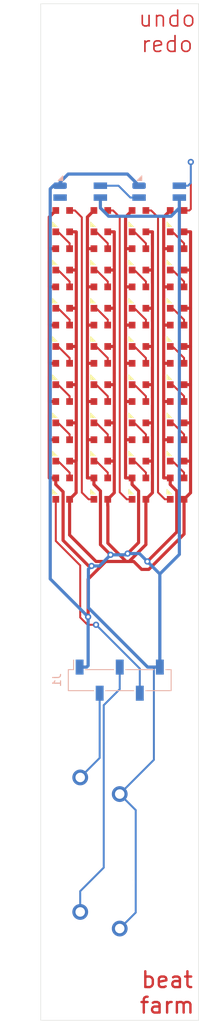
<source format=kicad_pcb>
(kicad_pcb (version 20221018) (generator pcbnew)
  (layers (0 "F.Cu" signal) (31 "B.Cu" signal) (34 "B.Paste" user) (35 "F.Paste" user) (36 "B.SilkS" user "B.Silkscreen") (37 "F.SilkS" user "F.Silkscreen") (38 "B.Mask" user) (39 "F.Mask" user) (44 "Edge.Cuts" user))
  (net 0 "")
  (net 1 "Net-(D1-Pad1)")
  (net 2 "Net-(D1-Pad3)")
  (net 3 "Net-(D2-Pad3)")
  (net 4 "Net-(D10-Pad3)")
  (net 5 "Net-(D4-Pad3)")
  (net 6 "Net-(D6-Pad3)")
  (net 7 "Net-(D8-Pad3)")
  (net 8 "Net-(D17-Pad1)")
  (net 9 "Net-(D10-Pad1)")
  (net 10 "Net-(D17-Pad3)")
  (net 11 "Net-(D19-Pad3)")
  (net 12 "Net-(D21-Pad3)")
  (net 13 "Net-(D23-Pad3)")
  (net 14 "Net-(D33-Pad4)")
  (net 15 "Net-(D34-Pad4)")
  (net 16 "VDD")
  (net 17 "GND")
  (net 18 "Net-(D3-Pad3)")
  (net 19 "Net-(D5-Pad3)")
  (net 20 "Net-(D7-Pad3)")
  (net 21 "Net-(D18-Pad3)")
  (net 22 "Net-(D20-Pad3)")
  (net 23 "Net-(D22-Pad3)")
  (net 24 "Net-(D25-Pad1)")
  (net 25 "Net-(J1-Pad3)")
  (net 26 "Net-(J1-Pad2)")
  (net 27 "Net-(D24-Pad3)")
  (net 28 "Net-(D11-Pad3)")
  (net 29 "Net-(D12-Pad3)")
  (net 30 "Net-(D13-Pad3)")
  (net 31 "Net-(D14-Pad3)")
  (net 32 "Net-(D15-Pad3)")
  (net 33 "Net-(D25-Pad3)")
  (net 34 "Net-(D26-Pad3)")
  (net 35 "Net-(D27-Pad3)")
  (net 36 "Net-(D28-Pad3)")
  (net 37 "Net-(D29-Pad3)")
  (net 38 "Net-(D30-Pad3)")
  (net 39 "Net-(D31-Pad3)")
  (footprint "drill_holes:M3_Slot" (layer "F.Cu") (at 121.8 176.3)
    (fp_text reference "H2" hide)
    (fp_text value "mounting_hole" hide)
  )
  (footprint "Keebio-Parts:Kailh-PG1350-1u-NoLED" (layer "F.Cu") (at 124.3 161.8)
    (fp_text reference "SW2")
    (fp_text value "SW_SPST" hide)
  )
  (footprint "drill_holes:M3_Slot" (layer "F.Cu") (at 121.8 53.8)
    (fp_text reference "H1" hide)
    (fp_text value "mounting_hole" hide)
  )
  (footprint "Keebio-Parts:Kailh-PG1350-1u-NoLED" (layer "F.Cu") (at 124.3 144.8)
    (fp_text reference "SW3")
    (fp_text value "SW_SPST" hide)
  )
  (footprint "chillpizza:LED_SK6812MINI_PLCC4_3.5x3.5mm_P1.75mm_flush" (layer "F.Cu") (at 117.08 78.28 -90)
    (fp_text reference "D1" hide)
    (fp_text value "SK6812MINI")
  )
  (footprint "chillpizza:LED_SK6812MINI_PLCC4_3.5x3.5mm_P1.75mm_flush" (layer "F.Cu") (at 117.08 83.11 -90)
    (fp_text reference "D2" hide)
    (fp_text value "SK6812MINI")
  )
  (footprint "chillpizza:LED_SK6812MINI_PLCC4_3.5x3.5mm_P1.75mm_flush" (layer "F.Cu") (at 117.08 87.94 -90)
    (fp_text reference "D3" hide)
    (fp_text value "SK6812MINI")
  )
  (footprint "chillpizza:LED_SK6812MINI_PLCC4_3.5x3.5mm_P1.75mm_flush" (layer "F.Cu") (at 117.08 92.77 -90)
    (fp_text reference "D4" hide)
    (fp_text value "SK6812MINI")
  )
  (footprint "chillpizza:LED_SK6812MINI_PLCC4_3.5x3.5mm_P1.75mm_flush" (layer "F.Cu") (at 117.08 97.6 -90)
    (fp_text reference "D5" hide)
    (fp_text value "SK6812MINI")
  )
  (footprint "chillpizza:LED_SK6812MINI_PLCC4_3.5x3.5mm_P1.75mm_flush" (layer "F.Cu") (at 117.08 102.43 -90)
    (fp_text reference "D6" hide)
    (fp_text value "SK6812MINI")
  )
  (footprint "chillpizza:LED_SK6812MINI_PLCC4_3.5x3.5mm_P1.75mm_flush" (layer "F.Cu") (at 117.08 107.26 -90)
    (fp_text reference "D7" hide)
    (fp_text value "SK6812MINI")
  )
  (footprint "chillpizza:LED_SK6812MINI_PLCC4_3.5x3.5mm_P1.75mm_flush" (layer "F.Cu") (at 117.08 112.09 -90)
    (fp_text reference "D8" hide)
    (fp_text value "SK6812MINI")
  )
  (footprint "chillpizza:LED_SK6812MINI_PLCC4_3.5x3.5mm_P1.75mm_flush" (layer "F.Cu") (at 121.91 78.28 -90)
    (fp_text reference "D9" hide)
    (fp_text value "SK6812MINI")
  )
  (footprint "chillpizza:LED_SK6812MINI_PLCC4_3.5x3.5mm_P1.75mm_flush" (layer "F.Cu") (at 121.91 83.11 -90)
    (fp_text reference "D10" hide)
    (fp_text value "SK6812MINI")
  )
  (footprint "chillpizza:LED_SK6812MINI_PLCC4_3.5x3.5mm_P1.75mm_flush" (layer "F.Cu") (at 121.91 87.94 -90)
    (fp_text reference "D11" hide)
    (fp_text value "SK6812MINI")
  )
  (footprint "chillpizza:LED_SK6812MINI_PLCC4_3.5x3.5mm_P1.75mm_flush" (layer "F.Cu") (at 121.91 92.77 -90)
    (fp_text reference "D12" hide)
    (fp_text value "SK6812MINI")
  )
  (footprint "chillpizza:LED_SK6812MINI_PLCC4_3.5x3.5mm_P1.75mm_flush" (layer "F.Cu") (at 121.91 97.6 -90)
    (fp_text reference "D13" hide)
    (fp_text value "SK6812MINI")
  )
  (footprint "chillpizza:LED_SK6812MINI_PLCC4_3.5x3.5mm_P1.75mm_flush" (layer "F.Cu") (at 121.91 102.43 -90)
    (fp_text reference "D14" hide)
    (fp_text value "SK6812MINI")
  )
  (footprint "chillpizza:LED_SK6812MINI_PLCC4_3.5x3.5mm_P1.75mm_flush" (layer "F.Cu") (at 121.91 107.26 -90)
    (fp_text reference "D15" hide)
    (fp_text value "SK6812MINI")
  )
  (footprint "chillpizza:LED_SK6812MINI_PLCC4_3.5x3.5mm_P1.75mm_flush" (layer "F.Cu") (at 121.91 112.09 -90)
    (fp_text reference "D16" hide)
    (fp_text value "SK6812MINI")
  )
  (footprint "chillpizza:LED_SK6812MINI_PLCC4_3.5x3.5mm_P1.75mm_flush" (layer "F.Cu") (at 126.74 78.28 -90)
    (fp_text reference "D17" hide)
    (fp_text value "SK6812MINI")
  )
  (footprint "chillpizza:LED_SK6812MINI_PLCC4_3.5x3.5mm_P1.75mm_flush" (layer "F.Cu") (at 126.74 83.11 -90)
    (fp_text reference "D18" hide)
    (fp_text value "SK6812MINI")
  )
  (footprint "chillpizza:LED_SK6812MINI_PLCC4_3.5x3.5mm_P1.75mm_flush" (layer "F.Cu") (at 126.74 87.94 -90)
    (fp_text reference "D19" hide)
    (fp_text value "SK6812MINI")
  )
  (footprint "chillpizza:LED_SK6812MINI_PLCC4_3.5x3.5mm_P1.75mm_flush" (layer "F.Cu") (at 126.74 92.77 -90)
    (fp_text reference "D20" hide)
    (fp_text value "SK6812MINI")
  )
  (footprint "chillpizza:LED_SK6812MINI_PLCC4_3.5x3.5mm_P1.75mm_flush" (layer "F.Cu") (at 126.74 97.6 -90)
    (fp_text reference "D21" hide)
    (fp_text value "SK6812MINI")
  )
  (footprint "chillpizza:LED_SK6812MINI_PLCC4_3.5x3.5mm_P1.75mm_flush" (layer "F.Cu") (at 126.74 102.43 -90)
    (fp_text reference "D22" hide)
    (fp_text value "SK6812MINI")
  )
  (footprint "chillpizza:LED_SK6812MINI_PLCC4_3.5x3.5mm_P1.75mm_flush" (layer "F.Cu") (at 126.74 107.26 -90)
    (fp_text reference "D23" hide)
    (fp_text value "SK6812MINI")
  )
  (footprint "chillpizza:LED_SK6812MINI_PLCC4_3.5x3.5mm_P1.75mm_flush" (layer "F.Cu") (at 126.74 112.09 -90)
    (fp_text reference "D24" hide)
    (fp_text value "SK6812MINI")
  )
  (footprint "chillpizza:LED_SK6812MINI_PLCC4_3.5x3.5mm_P1.75mm_flush" (layer "F.Cu") (at 131.57 78.28 -90)
    (fp_text reference "D25" hide)
    (fp_text value "SK6812MINI")
  )
  (footprint "chillpizza:LED_SK6812MINI_PLCC4_3.5x3.5mm_P1.75mm_flush" (layer "F.Cu") (at 131.57 83.11 -90)
    (fp_text reference "D26" hide)
    (fp_text value "SK6812MINI")
  )
  (footprint "chillpizza:LED_SK6812MINI_PLCC4_3.5x3.5mm_P1.75mm_flush" (layer "F.Cu") (at 131.57 87.94 -90)
    (fp_text reference "D27" hide)
    (fp_text value "SK6812MINI")
  )
  (footprint "chillpizza:LED_SK6812MINI_PLCC4_3.5x3.5mm_P1.75mm_flush" (layer "F.Cu") (at 131.57 92.77 -90)
    (fp_text reference "D28" hide)
    (fp_text value "SK6812MINI")
  )
  (footprint "chillpizza:LED_SK6812MINI_PLCC4_3.5x3.5mm_P1.75mm_flush" (layer "F.Cu") (at 131.57 97.6 -90)
    (fp_text reference "D29" hide)
    (fp_text value "SK6812MINI")
  )
  (footprint "chillpizza:LED_SK6812MINI_PLCC4_3.5x3.5mm_P1.75mm_flush" (layer "F.Cu") (at 131.57 102.43 -90)
    (fp_text reference "D30" hide)
    (fp_text value "SK6812MINI")
  )
  (footprint "chillpizza:LED_SK6812MINI_PLCC4_3.5x3.5mm_P1.75mm_flush" (layer "F.Cu") (at 131.57 107.26 -90)
    (fp_text reference "D31" hide)
    (fp_text value "SK6812MINI")
  )
  (footprint "chillpizza:LED_SK6812MINI_PLCC4_3.5x3.5mm_P1.75mm_flush" (layer "F.Cu") (at 131.57 112.09 -90)
    (fp_text reference "D32" hide)
    (fp_text value "SK6812MINI")
  )
  (footprint "chillpizza:Jack_3.5mm_QingPu_WQP-PJ3410_Vertical_Top" (layer "F.Cu") (at 119.3 67.8 180)
    (fp_text reference "J4")
    (fp_text value "AudioJack2_SwitchT")
  )
  (footprint "chillpizza:Jack_3.5mm_QingPu_WQP-PJ3410_Vertical_Top" (layer "F.Cu") (at 129.3 67.8 180)
    (fp_text reference "J3")
    (fp_text value "AudioJack2_SwitchT")
  )
  (footprint "chillpizza:Rotary_Encoder_Switched_PEC11R_top" (layer "F.Cu") (at 124.3 131 90)
    (fp_text reference "SW1" hide)
    (fp_text value "rotary_encoder_switch" hide)
  )
  (footprint "Connector_PinSocket_2.54mm:PinSocket_1x05_P2.54mm_Vertical_SMD_Pin1Left" (layer "B.Cu") (at 124.3 136.3 -90)
    (fp_text reference "J1")
    (fp_text value "Conn_01x05_Male")
  )
  (footprint "Keebio-Parts:SK6812-MINI-E" (layer "B.Cu") (at 129.3 74.55 180)
    (fp_text reference "D33" hide)
    (fp_text value "SK6812" hide)
  )
  (footprint "Keebio-Parts:SK6812-MINI-E" (layer "B.Cu") (at 119.3 74.55 180)
    (fp_text reference "D34" hide)
    (fp_text value "SK6812" hide)
  )
  (gr_line (start 134.3 50.8) (end 134.3 179.3) (stroke (width 0.05)) (layer "Edge.Cuts"))
  (gr_line (start 114.3 50.8) (end 134.3 50.8) (stroke (width 0.05)) (layer "Edge.Cuts"))
  (gr_line (start 134.3 179.3) (end 114.3 179.3) (stroke (width 0.05)) (layer "Edge.Cuts"))
  (gr_line (start 114.3 179.3) (end 114.3 50.8) (stroke (width 0.05)) (layer "Edge.Cuts"))
  (gr_text "beat\nfarm" (at 130.3 175.8) (layer "F.Cu") (effects (font (size 2 2) (thickness 0.3))))
  (gr_text "undo\nredo" (at 130.3 54.3) (layer "F.Cu") (effects (font (size 2 2) (thickness 0.2))))
  (segment (start 120.36 113.44) (end 121.035 113.44) (width 0.25) (layer "F.Cu") (net 1))
  (segment (start 118.63 76.93) (end 119.5 77.8) (width 0.25) (layer "F.Cu") (net 1))
  (segment (start 119.5 77.8) (end 119.5 112.58) (width 0.25) (layer "F.Cu") (net 1))
  (segment (start 119.5 112.58) (end 120.36 113.44) (width 0.25) (layer "F.Cu") (net 1))
  (segment (start 117.955 76.93) (end 118.63 76.93) (width 0.25) (layer "F.Cu") (net 1))
  (segment (start 116.5 79.63) (end 116.205 79.63) (width 0.25) (layer "F.Cu") (net 2))
  (segment (start 117.955 81.76) (end 117.955 81.085) (width 0.25) (layer "F.Cu") (net 2))
  (segment (start 117.955 81.085) (end 116.5 79.63) (width 0.25) (layer "F.Cu") (net 2))
  (segment (start 117.955 85.915) (end 116.5 84.46) (width 0.25) (layer "F.Cu") (net 3))
  (segment (start 116.5 84.46) (end 116.205 84.46) (width 0.25) (layer "F.Cu") (net 3))
  (segment (start 117.955 86.59) (end 117.955 85.915) (width 0.25) (layer "F.Cu") (net 3))
  (segment (start 122.785 85.915) (end 121.33 84.46) (width 0.25) (layer "F.Cu") (net 4))
  (segment (start 122.785 86.59) (end 122.785 85.915) (width 0.25) (layer "F.Cu") (net 4))
  (segment (start 121.33 84.46) (end 121.035 84.46) (width 0.25) (layer "F.Cu") (net 4))
  (segment (start 117.955 95.575) (end 116.5 94.12) (width 0.25) (layer "F.Cu") (net 5))
  (segment (start 117.955 96.25) (end 117.955 95.575) (width 0.25) (layer "F.Cu") (net 5))
  (segment (start 116.5 94.12) (end 116.205 94.12) (width 0.25) (layer "F.Cu") (net 5))
  (segment (start 116.5 103.78) (end 116.205 103.78) (width 0.25) (layer "F.Cu") (net 6))
  (segment (start 117.955 105.91) (end 117.955 105.235) (width 0.25) (layer "F.Cu") (net 6))
  (segment (start 117.955 105.235) (end 116.5 103.78) (width 0.25) (layer "F.Cu") (net 6))
  (segment (start 119.3 121.8) (end 119.3 128.373002) (width 0.25) (layer "F.Cu") (net 7))
  (segment (start 119.3 128.373002) (end 120.226998 129.3) (width 0.25) (layer "F.Cu") (net 7))
  (segment (start 116.205 113.44) (end 116.205 118.705) (width 0.25) (layer "F.Cu") (net 7))
  (segment (start 120.226998 129.3) (end 121.3 129.3) (width 0.25) (layer "F.Cu") (net 7))
  (segment (start 118.8 121.3) (end 119.3 121.8) (width 0.25) (layer "F.Cu") (net 7))
  (segment (start 116.205 118.705) (end 118.8 121.3) (width 0.25) (layer "F.Cu") (net 7))
  (via (at 121.3 129.3) (size 0.8) (drill 0.4) (layers "F.Cu" "B.Cu") (net 7))
  (segment (start 126.84 134.84) (end 126.84 137.95) (width 0.25) (layer "B.Cu") (net 7))
  (segment (start 121.3 129.3) (end 126.84 134.84) (width 0.25) (layer "B.Cu") (net 7))
  (segment (start 129.15 112.57) (end 130.02 113.44) (width 0.25) (layer "F.Cu") (net 8))
  (segment (start 129.15 77.79) (end 129.15 112.57) (width 0.25) (layer "F.Cu") (net 8))
  (segment (start 127.615 76.93) (end 128.29 76.93) (width 0.25) (layer "F.Cu") (net 8))
  (segment (start 128.29 76.93) (end 129.15 77.79) (width 0.25) (layer "F.Cu") (net 8))
  (segment (start 130.02 113.44) (end 130.695 113.44) (width 0.25) (layer "F.Cu") (net 8))
  (segment (start 122.785 81.085) (end 121.33 79.63) (width 0.25) (layer "F.Cu") (net 9))
  (segment (start 122.785 81.76) (end 122.785 81.085) (width 0.25) (layer "F.Cu") (net 9))
  (segment (start 121.33 79.63) (end 121.035 79.63) (width 0.25) (layer "F.Cu") (net 9))
  (segment (start 127.615 81.085) (end 126.16 79.63) (width 0.25) (layer "F.Cu") (net 10))
  (segment (start 127.615 81.76) (end 127.615 81.085) (width 0.25) (layer "F.Cu") (net 10))
  (segment (start 126.16 79.63) (end 125.865 79.63) (width 0.25) (layer "F.Cu") (net 10))
  (segment (start 127.615 90.745) (end 126.16 89.29) (width 0.25) (layer "F.Cu") (net 11))
  (segment (start 126.16 89.29) (end 125.865 89.29) (width 0.25) (layer "F.Cu") (net 11))
  (segment (start 127.615 91.42) (end 127.615 90.745) (width 0.25) (layer "F.Cu") (net 11))
  (segment (start 127.615 101.08) (end 127.615 100.405) (width 0.25) (layer "F.Cu") (net 12))
  (segment (start 126.16 98.95) (end 125.865 98.95) (width 0.25) (layer "F.Cu") (net 12))
  (segment (start 127.615 100.405) (end 126.16 98.95) (width 0.25) (layer "F.Cu") (net 12))
  (segment (start 127.615 110.065) (end 126.16 108.61) (width 0.25) (layer "F.Cu") (net 13))
  (segment (start 127.615 110.74) (end 127.615 110.065) (width 0.25) (layer "F.Cu") (net 13))
  (segment (start 126.16 108.61) (end 125.865 108.61) (width 0.25) (layer "F.Cu") (net 13))
  (segment (start 125.65 75.3) (end 124.15 73.8) (width 0.25) (layer "B.Cu") (net 14))
  (segment (start 124.15 73.8) (end 122.95 73.8) (width 0.25) (layer "B.Cu") (net 14))
  (segment (start 122.95 73.8) (end 121.85 73.8) (width 0.25) (layer "B.Cu") (net 14))
  (segment (start 126.75 75.3) (end 125.65 75.3) (width 0.25) (layer "B.Cu") (net 14))
  (segment (start 118.8 89.31) (end 118.8 94.1) (width 0.4) (layer "F.Cu") (net 16))
  (segment (start 123.61 103.78) (end 122.785 103.78) (width 0.4) (layer "F.Cu") (net 16))
  (segment (start 133.270001 98.950001) (end 133.270001 103.780001) (width 0.4) (layer "F.Cu") (net 16))
  (segment (start 127.615 94.12) (end 128.440001 94.120001) (width 0.4) (layer "F.Cu") (net 16))
  (segment (start 118.78 98.95) (end 117.955 98.95) (width 0.4) (layer "F.Cu") (net 16))
  (segment (start 118.8 98.93) (end 118.78 98.95) (width 0.4) (layer "F.Cu") (net 16))
  (segment (start 122.8 118.984002) (end 125.115998 121.3) (width 0.4) (layer "F.Cu") (net 16))
  (segment (start 128.440001 103.780001) (end 128.440001 108.610001) (width 0.4) (layer "F.Cu") (net 16))
  (segment (start 118.8 94.14) (end 118.8 98.93) (width 0.4) (layer "F.Cu") (net 16))
  (segment (start 123.61 108.61) (end 122.785 108.61) (width 0.4) (layer "F.Cu") (net 16))
  (segment (start 118.8 108.59) (end 118.78 108.61) (width 0.4) (layer "F.Cu") (net 16))
  (segment (start 123.610001 108.610001) (end 123.610001 112.614999) (width 0.4) (layer "F.Cu") (net 16))
  (segment (start 121.3 121.3) (end 122.8 121.3) (width 0.4) (layer "F.Cu") (net 16))
  (segment (start 132.445 84.46) (end 133.270001 84.460001) (width 0.4) (layer "F.Cu") (net 16))
  (segment (start 133.270001 112.614999) (end 132.445 113.44) (width 0.4) (layer "F.Cu") (net 16))
  (segment (start 122.785 103.78) (end 123.610001 103.780001) (width 0.4) (layer "F.Cu") (net 16))
  (segment (start 128.440001 112.614999) (end 127.615 113.44) (width 0.4) (layer "F.Cu") (net 16))
  (segment (start 118.8 94.1) (end 118.78 94.12) (width 0.4) (layer "F.Cu") (net 16))
  (segment (start 133.270001 94.120001) (end 133.270001 98.950001) (width 0.4) (layer "F.Cu") (net 16))
  (segment (start 122.785 79.63) (end 123.610001 79.630001) (width 0.4) (layer "F.Cu") (net 16))
  (segment (start 118.8 84.48) (end 118.8 89.27) (width 0.4) (layer "F.Cu") (net 16))
  (segment (start 123.610001 89.290001) (end 123.610001 94.120001) (width 0.4) (layer "F.Cu") (net 16))
  (segment (start 118.78 84.46) (end 117.955 84.46) (width 0.4) (layer "F.Cu") (net 16))
  (segment (start 127.072002 122.3) (end 126.072002 121.3) (width 0.4) (layer "F.Cu") (net 16))
  (segment (start 118.78 94.12) (end 118.8 94.14) (width 0.4) (layer "F.Cu") (net 16))
  (segment (start 117.955 117.955) (end 121.3 121.3) (width 0.4) (layer "F.Cu") (net 16))
  (segment (start 125.484002 121.3) (end 122.8 121.3) (width 0.4) (layer "F.Cu") (net 16))
  (segment (start 128.440001 89.290001) (end 128.440001 94.120001) (width 0.4) (layer "F.Cu") (net 16))
  (segment (start 133.270001 89.290001) (end 133.270001 94.120001) (width 0.4) (layer "F.Cu") (net 16))
  (segment (start 132.445 94.12) (end 133.270001 94.120001) (width 0.4) (layer "F.Cu") (net 16))
  (segment (start 118.78 98.95) (end 118.8 98.97) (width 0.4) (layer "F.Cu") (net 16))
  (segment (start 132.445 113.44) (end 132.445 117.839002) (width 0.4) (layer "F.Cu") (net 16))
  (segment (start 133.270001 84.460001) (end 133.270001 89.290001) (width 0.4) (layer "F.Cu") (net 16))
  (segment (start 120.3 123.527998) (end 120.3 128.3) (width 0.4) (layer "F.Cu") (net 16))
  (segment (start 132.445 103.78) (end 133.270001 103.780001) (width 0.4) (layer "F.Cu") (net 16))
  (segment (start 117.955 89.29) (end 118.780001 89.290001) (width 0.4) (layer "F.Cu") (net 16))
  (segment (start 118.780001 89.290001) (end 118.8 89.31) (width 0.4) (layer "F.Cu") (net 16))
  (segment (start 118.8 103.8) (end 118.8 108.59) (width 0.4) (layer "F.Cu") (net 16))
  (segment (start 132.445 108.61) (end 133.270001 108.610001) (width 0.4) (layer "F.Cu") (net 16))
  (segment (start 118.8 84.44) (end 118.78 84.46) (width 0.4) (layer "F.Cu") (net 16))
  (segment (start 128.440001 84.460001) (end 128.440001 89.290001) (width 0.4) (layer "F.Cu") (net 16))
  (segment (start 122.785 94.12) (end 123.610001 94.120001) (width 0.4) (layer "F.Cu") (net 16))
  (segment (start 126.072002 121.3) (end 122.8 121.3) (width 0.4) (layer "F.Cu") (net 16))
  (segment (start 122.8 114.28) (end 122.8 118.984002) (width 0.4) (layer "F.Cu") (net 16))
  (segment (start 132.445 79.63) (end 133.270001 79.630001) (width 0.4) (layer "F.Cu") (net 16))
  (segment (start 122.785 89.29) (end 123.610001 89.290001) (width 0.4) (layer "F.Cu") (net 16))
  (segment (start 123.610001 97.489999) (end 123.610001 98.950001) (width 0.4) (layer "F.Cu") (net 16))
  (segment (start 127.615 119.169002) (end 125.484002 121.3) (width 0.4) (layer "F.Cu") (net 16))
  (segment (start 118.8 98.97) (end 118.8 103.76) (width 0.4) (layer "F.Cu") (net 16))
  (segment (start 118.780001 112.614999) (end 117.955 113.44) (width 0.4) (layer "F.Cu") (net 16))
  (segment (start 122.8 121.3) (end 122.527998 121.3) (width 0.4) (layer "F.Cu") (net 16))
  (segment (start 122.785 113.44) (end 122.785 114.265) (width 0.4) (layer "F.Cu") (net 16))
  (segment (start 127.615 89.29) (end 128.440001 89.290001) (width 0.4) (layer "F.Cu") (net 16))
  (segment (start 118.78 79.63) (end 118.8 79.65) (width 0.4) (layer "F.Cu") (net 16))
  (segment (start 118.78 89.29) (end 117.955 89.29) (width 0.4) (layer "F.Cu") (net 16))
  (segment (start 128.440001 79.630001) (end 128.440001 84.460001) (width 0.4) (layer "F.Cu") (net 16))
  (segment (start 127.615 84.46) (end 128.440001 84.460001) (width 0.4) (layer "F.Cu") (net 16))
  (segment (start 133.270001 103.780001) (end 133.270001 108.610001) (width 0.4) (layer "F.Cu") (net 16))
  (segment (start 125.115998 121.3) (end 125.484002 121.3) (width 0.4) (layer "F.Cu") (net 16))
  (segment (start 128.440001 94.120001) (end 128.440001 98.950001) (width 0.4) (layer "F.Cu") (net 16))
  (segment (start 118.78 103.78) (end 118.8 103.8) (width 0.4) (layer "F.Cu") (net 16))
  (segment (start 132.445 89.29) (end 133.270001 89.290001) (width 0.4) (layer "F.Cu") (net 16))
  (segment (start 128.440001 98.950001) (end 128.440001 103.780001) (width 0.4) (layer "F.Cu") (net 16))
  (segment (start 123.610001 98.950001) (end 123.61 103.78) (width 0.4) (layer "F.Cu") (net 16))
  (segment (start 117.955 108.61) (end 118.780001 108.610001) (width 0.4) (layer "F.Cu") (net 16))
  (segment (start 127.615 113.44) (end 127.615 119.169002) (width 0.4) (layer "F.Cu") (net 16))
  (segment (start 122.785 98.95) (end 123.610001 98.950001) (width 0.4) (layer "F.Cu") (net 16))
  (segment (start 127.615 79.63) (end 128.440001 79.630001) (width 0.4) (layer "F.Cu") (net 16))
  (segment (start 118.8 89.27) (end 118.78 89.29) (width 0.4) (layer "F.Cu") (net 16))
  (segment (start 123.610001 103.780001) (end 123.61 108.61) (width 0.4) (layer "F.Cu") (net 16))
  (segment (start 118.780001 108.610001) (end 118.780001 112.614999) (width 0.4) (layer "F.Cu") (net 16))
  (segment (start 117.955 113.44) (end 117.955 117.955) (width 0.4) (layer "F.Cu") (net 16))
  (segment (start 118.78 94.12) (end 117.955 94.12) (width 0.4) (layer "F.Cu") (net 16))
  (segment (start 127.984002 122.3) (end 127.072002 122.3) (width 0.4) (layer "F.Cu") (net 16))
  (segment (start 118.8 79.65) (end 118.8 84.44) (width 0.4) (layer "F.Cu") (net 16))
  (segment (start 132.445 117.839002) (end 127.984002 122.3) (width 0.4) (layer "F.Cu") (net 16))
  (segment (start 133.270001 79.630001) (end 133.270001 84.460001) (width 0.4) (layer "F.Cu") (net 16))
  (segment (start 123.610001 94.120001) (end 123.610001 97.489999) (width 0.4) (layer "F.Cu") (net 16))
  (segment (start 122.785 108.61) (end 123.610001 108.610001) (width 0.4) (layer "F.Cu") (net 16))
  (segment (start 127.615 98.95) (end 128.440001 98.950001) (width 0.4) (layer "F.Cu") (net 16))
  (segment (start 118.78 84.46) (end 118.8 84.48) (width 0.4) (layer "F.Cu") (net 16))
  (segment (start 122.785 84.46) (end 123.610001 84.460001) (width 0.4) (layer "F.Cu") (net 16))
  (segment (start 128.440001 108.610001) (end 128.440001 112.614999) (width 0.4) (layer "F.Cu") (net 16))
  (segment (start 118.8 103.76) (end 118.78 103.78) (width 0.4) (layer "F.Cu") (net 16))
  (segment (start 127.615 108.61) (end 128.440001 108.610001) (width 0.4) (layer "F.Cu") (net 16))
  (segment (start 132.445 98.95) (end 133.270001 98.950001) (width 0.4) (layer "F.Cu") (net 16))
  (segment (start 123.610001 84.460001) (end 123.610001 89.290001) (width 0.4) (layer "F.Cu") (net 16))
  (segment (start 133.270001 108.610001) (end 133.270001 112.614999) (width 0.4) (layer "F.Cu") (net 16))
  (segment (start 122.785 114.265) (end 122.8 114.28) (width 0.4) (layer "F.Cu") (net 16))
  (segment (start 127.615 103.78) (end 128.440001 103.780001) (width 0.4) (layer "F.Cu") (net 16))
  (segment (start 123.610001 79.630001) (end 123.610001 84.460001) (width 0.4) (layer "F.Cu") (net 16))
  (segment (start 123.610001 112.614999) (end 122.785 113.44) (width 0.4) (layer "F.Cu") (net 16))
  (segment (start 122.527998 121.3) (end 120.3 123.527998) (width 0.4) (layer "F.Cu") (net 16))
  (segment (start 118.78 108.61) (end 117.955 108.61) (width 0.4) (layer "F.Cu") (net 16))
  (segment (start 117.955 79.63) (end 118.78 79.63) (width 0.4) (layer "F.Cu") (net 16))
  (segment (start 118.78 103.78) (end 117.955 103.78) (width 0.4) (layer "F.Cu") (net 16))
  (via (at 120.3 128.3) (size 0.8) (drill 0.4) (layers "F.Cu" "B.Cu") (net 16))
  (segment (start 115.9 73.8) (end 116.75 73.8) (width 0.4) (layer "B.Cu") (net 16))
  (segment (start 115.499999 74.200001) (end 115.9 73.8) (width 0.4) (layer "B.Cu") (net 16))
  (segment (start 125.275001 72.325001) (end 126.75 73.8) (width 0.4) (layer "B.Cu") (net 16))
  (segment (start 117.774999 72.325001) (end 125.275001 72.325001) (width 0.4) (layer "B.Cu") (net 16))
  (segment (start 116.75 73.35) (end 117.774999 72.325001) (width 0.4) (layer "B.Cu") (net 16))
  (segment (start 116.75 73.8) (end 116.75 73.35) (width 0.4) (layer "B.Cu") (net 16))
  (segment (start 120.3 128.3) (end 120.3 134.47) (width 0.4) (layer "B.Cu") (net 16))
  (segment (start 115.499999 74.3) (end 115.499999 123.499999) (width 0.4) (layer "B.Cu") (net 16))
  (segment (start 115.499999 123.499999) (end 120.3 128.3) (width 0.4) (layer "B.Cu") (net 16))
  (segment (start 120.12 134.65) (end 119.22 134.65) (width 0.4) (layer "B.Cu") (net 16))
  (segment (start 120.3 134.47) (end 120.12 134.65) (width 0.4) (layer "B.Cu") (net 16))
  (segment (start 129.869999 97.900001) (end 129.87 101.08) (width 0.4) (layer "F.Cu") (net 17))
  (segment (start 126.690001 118.909999) (end 125.3 120.3) (width 0.4) (layer "F.Cu") (net 17))
  (segment (start 115.379999 97.900001) (end 115.38 101.08) (width 0.4) (layer "F.Cu") (net 17))
  (segment (start 121.860001 112.390001) (end 121.860001 119.175375) (width 0.4) (layer "F.Cu") (net 17))
  (segment (start 115.379999 77.755001) (end 116.205 76.93) (width 0.4) (layer "F.Cu") (net 17))
  (segment (start 126.690001 112.390001) (end 126.690001 118.909999) (width 0.4) (layer "F.Cu") (net 17))
  (segment (start 129.87 91.42) (end 130.695 91.42) (width 0.4) (layer "F.Cu") (net 17))
  (segment (start 121.035 111.565) (end 121.860001 112.390001) (width 0.4) (layer "F.Cu") (net 17))
  (segment (start 117.129999 118.629999) (end 120.365686 121.865686) (width 0.4) (layer "F.Cu") (net 17))
  (segment (start 115.38 91.42) (end 116.205 91.42) (width 0.4) (layer "F.Cu") (net 17))
  (segment (start 115.379999 88.240001) (end 115.38 91.42) (width 0.4) (layer "F.Cu") (net 17))
  (segment (start 129.869999 110.739999) (end 129.869999 77.755001) (width 0.4) (layer "F.Cu") (net 17))
  (segment (start 125.04 91.42) (end 125.865 91.42) (width 0.4) (layer "F.Cu") (net 17))
  (segment (start 120.209999 83.410001) (end 120.21 86.59) (width 0.4) (layer "F.Cu") (net 17))
  (segment (start 120.209999 102.730001) (end 120.21 105.91) (width 0.4) (layer "F.Cu") (net 17))
  (segment (start 130.695 110.74) (end 129.869999 110.739999) (width 0.4) (layer "F.Cu") (net 17))
  (segment (start 120.21 91.42) (end 121.035 91.42) (width 0.4) (layer "F.Cu") (net 17))
  (segment (start 125.04 101.08) (end 125.865 101.08) (width 0.4) (layer "F.Cu") (net 17))
  (segment (start 115.38 81.76) (end 116.205 81.76) (width 0.4) (layer "F.Cu") (net 17))
  (segment (start 125.039999 78.580001) (end 125.04 81.76) (width 0.4) (layer "F.Cu") (net 17))
  (segment (start 125.865 111.565) (end 126.690001 112.390001) (width 0.4) (layer "F.Cu") (net 17))
  (segment (start 129.869999 102.730001) (end 129.87 105.91) (width 0.4) (layer "F.Cu") (net 17))
  (segment (start 121.035 81.76) (end 120.34 81.76) (width 0.4) (layer "F.Cu") (net 17))
  (segment (start 116.205 110.74) (end 115.379999 110.739999) (width 0.4) (layer "F.Cu") (net 17))
  (segment (start 121.035 91.42) (end 120.42 91.42) (width 0.4) (layer "F.Cu") (net 17))
  (segment (start 120.21 86.59) (end 121.035 86.59) (width 0.4) (layer "F.Cu") (net 17))
  (segment (start 117.129999 112.489999) (end 117.129999 118.629999) (width 0.4) (layer "F.Cu") (net 17))
  (segment (start 125.865 110.74) (end 125.039999 110.739999) (width 0.4) (layer "F.Cu") (net 17))
  (segment (start 121.035 110.74) (end 120.209999 110.739999) (width 0.4) (layer "F.Cu") (net 17))
  (segment (start 115.38 101.08) (end 116.205 101.08) (width 0.4) (layer "F.Cu") (net 17))
  (segment (start 115.379999 83.410001) (end 115.38 86.59) (width 0.4) (layer "F.Cu") (net 17))
  (segment (start 125.039999 83.410001) (end 125.04 86.59) (width 0.4) (layer "F.Cu") (net 17))
  (segment (start 125.039999 88.240001) (end 125.04 91.42) (width 0.4) (layer "F.Cu") (net 17))
  (segment (start 130.695 111.565) (end 131.520001 112.390001) (width 0.4) (layer "F.Cu") (net 17))
  (segment (start 125.04 96.25) (end 125.865 96.25) (width 0.4) (layer "F.Cu") (net 17))
  (segment (start 129.869999 93.070001) (end 129.87 96.25) (width 0.4) (layer "F.Cu") (net 17))
  (segment (start 120.209999 88.240001) (end 120.21 91.42) (width 0.4) (layer "F.Cu") (net 17))
  (segment (start 116.205 110.74) (end 116.205 111.565) (width 0.4) (layer "F.Cu") (net 17))
  (segment (start 115.38 105.91) (end 116.205 105.91) (width 0.4) (layer "F.Cu") (net 17))
  (segment (start 129.869999 83.410001) (end 129.87 86.59) (width 0.4) (layer "F.Cu") (net 17))
  (segment (start 125.039999 97.900001) (end 125.04 101.08) (width 0.4) (layer "F.Cu") (net 17))
  (segment (start 115.379999 110.739999) (end 115.379999 77.755001) (width 0.4) (layer "F.Cu") (net 17))
  (segment (start 121.035 110.74) (end 121.035 111.565) (width 0.4) (layer "F.Cu") (net 17))
  (segment (start 130.695 110.74) (end 130.695 111.565) (width 0.4) (layer "F.Cu") (net 17))
  (segment (start 120.21 101.08) (end 121.035 101.08) (width 0.4) (layer "F.Cu") (net 17))
  (segment (start 125.039999 110.739999) (end 125.039999 77.755001) (width 0.4) (layer "F.Cu") (net 17))
  (segment (start 115.379999 102.730001) (end 115.38 105.91) (width 0.4) (layer "F.Cu") (net 17))
  (segment (start 116.205 111.565) (end 117.129999 112.489999) (width 0.4) (layer "F.Cu") (net 17))
  (segment (start 115.38 86.59) (end 116.205 86.59) (width 0.4) (layer "F.Cu") (net 17))
  (segment (start 129.87 86.59) (end 130.695 86.59) (width 0.4) (layer "F.Cu") (net 17))
  (segment (start 129.87 81.76) (end 130.695 81.76) (width 0.4) (layer "F.Cu") (net 17))
  (segment (start 115.379999 78.580001) (end 115.38 81.76) (width 0.4) (layer "F.Cu") (net 17))
  (segment (start 115.379999 93.070001) (end 115.38 96.25) (width 0.4) (layer "F.Cu") (net 17))
  (segment (start 129.869999 78.580001) (end 129.87 81.76) (width 0.4) (layer "F.Cu") (net 17))
  (segment (start 121.035 105.91) (end 120.41 105.91) (width 0.4) (layer "F.Cu") (net 17))
  (segment (start 120.209999 97.900001) (end 120.21 101.08) (width 0.4) (layer "F.Cu") (net 17))
  (segment (start 125.04 86.59) (end 125.865 86.59) (width 0.4) (layer "F.Cu") (net 17))
  (segment (start 129.869999 77.755001) (end 130.695 76.93) (width 0.4) (layer "F.Cu") (net 17))
  (segment (start 129.87 105.91) (end 130.695 105.91) (width 0.4) (layer "F.Cu") (net 17))
  (segment (start 121.035 86.59) (end 120.51 86.59) (width 0.4) (layer "F.Cu") (net 17))
  (segment (start 115.38 96.25) (end 116.205 96.25) (width 0.4) (layer "F.Cu") (net 17))
  (segment (start 125.04 81.76) (end 125.865 81.76) (width 0.4) (layer "F.Cu") (net 17))
  (segment (start 125.039999 77.755001) (end 125.865 76.93) (width 0.4) (layer "F.Cu") (net 17))
  (segment (start 121.860001 119.175375) (end 123.142313 120.457687) (width 0.4) (layer "F.Cu") (net 17))
  (segment (start 125.039999 102.730001) (end 125.04 105.91) (width 0.4) (layer "F.Cu") (net 17))
  (segment (start 125.865 110.74) (end 125.865 111.565) (width 0.4) (layer "F.Cu") (net 17))
  (segment (start 120.209999 110.739999) (end 120.209999 77.755001) (width 0.4) (layer "F.Cu") (net 17))
  (segment (start 120.365686 121.865686) (end 120.734314 121.865686) (width 0.4) (layer "F.Cu") (net 17))
  (segment (start 120.21 105.91) (end 121.035 105.91) (width 0.4) (layer "F.Cu") (net 17))
  (segment (start 131.520001 117.579999) (end 127.8 121.3) (width 0.4) (layer "F.Cu") (net 17))
  (segment (start 125.039999 93.070001) (end 125.04 96.25) (width 0.4) (layer "F.Cu") (net 17))
  (segment (start 121.035 96.25) (end 120.35 96.25) (width 0.4) (layer "F.Cu") (net 17))
  (segment (start 125.04 105.91) (end 125.865 105.91) (width 0.4) (layer "F.Cu") (net 17))
  (segment (start 120.209999 77.755001) (end 121.035 76.93) (width 0.4) (layer "F.Cu") (net 17))
  (segment (start 129.869999 88.240001) (end 129.87 91.42) (width 0.4) (layer "F.Cu") (net 17))
  (segment (start 131.520001 112.390001) (end 131.520001 117.579999) (width 0.4) (layer "F.Cu") (net 17))
  (segment (start 129.87 101.08) (end 130.695 101.08) (width 0.4) (layer "F.Cu") (net 17))
  (segment (start 129.87 96.25) (end 130.695 96.25) (width 0.4) (layer "F.Cu") (net 17))
  (via (at 127.8 121.3) (size 0.8) (drill 0.4) (layers "F.Cu" "B.Cu") (net 17))
  (via (at 123.142313 120.457687) (size 0.8) (drill 0.4) (layers "F.Cu" "B.Cu") (net 17))
  (via (at 125.3 120.3) (size 0.8) (drill 0.4) (layers "F.Cu" "B.Cu") (net 17))
  (via (at 120.734314 121.865686) (size 0.8) (drill 0.4) (layers "F.Cu" "B.Cu") (net 17))
  (segment (start 127.8 121.3) (end 129.38 122.88) (width 0.4) (layer "B.Cu") (net 17))
  (segment (start 128.63 134.65) (end 128.624999 134.655001) (width 0.25) (layer "B.Cu") (net 17))
  (segment (start 121.734314 121.865686) (end 123.142313 120.457687) (width 0.4) (layer "B.Cu") (net 17))
  (segment (start 129.38 124.38) (end 129.38 134.65) (width 0.4) (layer "B.Cu") (net 17))
  (segment (start 128.624999 134.655001) (end 128.624999 146.375001) (width 0.25) (layer "B.Cu") (net 17))
  (segment (start 131.85 76.61) (end 130.8 77.66) (width 0.4) (layer "B.Cu") (net 17))
  (segment (start 124.3 150.7) (end 126.325001 152.725001) (width 0.25) (layer "B.Cu") (net 17))
  (segment (start 123.142313 120.457687) (end 125.142313 120.457687) (width 0.4) (layer "B.Cu") (net 17))
  (segment (start 125.142313 120.457687) (end 125.3 120.3) (width 0.4) (layer "B.Cu") (net 17))
  (segment (start 128.48 134.65) (end 129.38 134.65) (width 0.4) (layer "B.Cu") (net 17))
  (segment (start 126.325001 152.725001) (end 126.325001 165.674999) (width 0.25) (layer "B.Cu") (net 17))
  (segment (start 131.85 120.41) (end 131.85 75.8) (width 0.4) (layer "B.Cu") (net 17))
  (segment (start 125.3 120.3) (end 126.8 120.3) (width 0.4) (layer "B.Cu") (net 17))
  (segment (start 131.85 75.8) (end 131.85 76.61) (width 0.4) (layer "B.Cu") (net 17))
  (segment (start 125.299999 149.700001) (end 124.3 150.7) (width 0.25) (layer "B.Cu") (net 17))
  (segment (start 125.299999 166.700001) (end 124.3 167.7) (width 0.25) (layer "B.Cu") (net 17))
  (segment (start 129.38 134.65) (end 128.63 134.65) (width 0.25) (layer "B.Cu") (net 17))
  (segment (start 126.325001 165.674999) (end 125.299999 166.700001) (width 0.25) (layer "B.Cu") (net 17))
  (segment (start 126.8 120.3) (end 127.8 121.3) (width 0.4) (layer "B.Cu") (net 17))
  (segment (start 122.9 77.66) (end 121.85 76.61) (width 0.4) (layer "B.Cu") (net 17))
  (segment (start 129.38 122.88) (end 131.85 120.41) (width 0.4) (layer "B.Cu") (net 17))
  (segment (start 129.38 122.88) (end 129.38 134.65) (width 0.4) (layer "B.Cu") (net 17))
  (segment (start 120.734314 121.865686) (end 120.334315 122.265685) (width 0.4) (layer "B.Cu") (net 17))
  (segment (start 120.334315 127.150313) (end 127.834002 134.65) (width 0.4) (layer "B.Cu") (net 17))
  (segment (start 127.834002 134.65) (end 128.48 134.65) (width 0.4) (layer "B.Cu") (net 17))
  (segment (start 120.734314 121.865686) (end 121.734314 121.865686) (width 0.4) (layer "B.Cu") (net 17))
  (segment (start 128.624999 146.375001) (end 125.299999 149.700001) (width 0.25) (layer "B.Cu") (net 17))
  (segment (start 121.85 76.61) (end 121.85 75.8) (width 0.4) (layer "B.Cu") (net 17))
  (segment (start 120.334315 122.265685) (end 120.334315 127.150313) (width 0.4) (layer "B.Cu") (net 17))
  (segment (start 130.8 77.66) (end 122.9 77.66) (width 0.4) (layer "B.Cu") (net 17))
  (segment (start 116.5 89.29) (end 116.205 89.29) (width 0.25) (layer "F.Cu") (net 18))
  (segment (start 117.955 90.745) (end 116.5 89.29) (width 0.25) (layer "F.Cu") (net 18))
  (segment (start 117.955 91.42) (end 117.955 90.745) (width 0.25) (layer "F.Cu") (net 18))
  (segment (start 117.955 101.08) (end 117.955 100.405) (width 0.25) (layer "F.Cu") (net 19))
  (segment (start 116.5 98.95) (end 116.205 98.95) (width 0.25) (layer "F.Cu") (net 19))
  (segment (start 117.955 100.405) (end 116.5 98.95) (width 0.25) (layer "F.Cu") (net 19))
  (segment (start 117.955 110.065) (end 116.5 108.61) (width 0.25) (layer "F.Cu") (net 20))
  (segment (start 116.5 108.61) (end 116.205 108.61) (width 0.25) (layer "F.Cu") (net 20))
  (segment (start 117.955 110.74) (end 117.955 110.065) (width 0.25) (layer "F.Cu") (net 20))
  (segment (start 127.615 85.915) (end 126.16 84.46) (width 0.25) (layer "F.Cu") (net 21))
  (segment (start 126.16 84.46) (end 125.865 84.46) (width 0.25) (layer "F.Cu") (net 21))
  (segment (start 127.615 86.59) (end 127.615 85.915) (width 0.25) (layer "F.Cu") (net 21))
  (segment (start 127.615 95.575) (end 126.16 94.12) (width 0.25) (layer "F.Cu") (net 22))
  (segment (start 127.615 96.25) (end 127.615 95.575) (width 0.25) (layer "F.Cu") (net 22))
  (segment (start 126.16 94.12) (end 125.865 94.12) (width 0.25) (layer "F.Cu") (net 22))
  (segment (start 126.16 103.78) (end 125.865 103.78) (width 0.25) (layer "F.Cu") (net 23))
  (segment (start 127.615 105.91) (end 127.615 105.235) (width 0.25) (layer "F.Cu") (net 23))
  (segment (start 127.615 105.235) (end 126.16 103.78) (width 0.25) (layer "F.Cu") (net 23))
  (segment (start 133.3 76.75) (end 133.12 76.93) (width 0.25) (layer "F.Cu") (net 24))
  (segment (start 133.3 70.8) (end 133.3 76.75) (width 0.25) (layer "F.Cu") (net 24))
  (segment (start 133.12 76.93) (end 132.445 76.93) (width 0.25) (layer "F.Cu") (net 24))
  (via (at 133.3 70.8) (size 0.8) (drill 0.4) (layers "F.Cu" "B.Cu") (net 24))
  (segment (start 133.3 73.45) (end 132.95 73.8) (width 0.25) (layer "B.Cu") (net 24))
  (segment (start 132.95 73.8) (end 131.85 73.8) (width 0.25) (layer "B.Cu") (net 24))
  (segment (start 133.3 70.8) (end 133.3 73.45) (width 0.25) (layer "B.Cu") (net 24))
  (segment (start 124.3 137.445002) (end 124.3 135.85) (width 0.25) (layer "B.Cu") (net 25))
  (segment (start 122.274999 139.470003) (end 124.3 137.445002) (width 0.25) (layer "B.Cu") (net 25))
  (segment (start 119.3 162.975001) (end 122.274999 160.000002) (width 0.25) (layer "B.Cu") (net 25))
  (segment (start 119.3 165.6) (end 119.3 162.975001) (width 0.25) (layer "B.Cu") (net 25))
  (segment (start 122.274999 160.000002) (end 122.274999 139.470003) (width 0.25) (layer "B.Cu") (net 25))
  (segment (start 124.3 135.85) (end 124.3 134.65) (width 0.25) (layer "B.Cu") (net 25))
  (segment (start 121.76 137.95) (end 121.76 146.14) (width 0.25) (layer "B.Cu") (net 26))
  (segment (start 121.76 146.14) (end 119.3 148.6) (width 0.25) (layer "B.Cu") (net 26))
  (segment (start 122.785 76.93) (end 123.46 76.93) (width 0.25) (layer "F.Cu") (net 27))
  (segment (start 124.3 112.55) (end 125.19 113.44) (width 0.25) (layer "F.Cu") (net 27))
  (segment (start 123.46 76.93) (end 124.3 77.77) (width 0.25) (layer "F.Cu") (net 27))
  (segment (start 125.19 113.44) (end 125.865 113.44) (width 0.25) (layer "F.Cu") (net 27))
  (segment (start 124.3 77.77) (end 124.3 112.55) (width 0.25) (layer "F.Cu") (net 27))
  (segment (start 121.33 89.29) (end 121.035 89.29) (width 0.25) (layer "F.Cu") (net 28))
  (segment (start 122.785 90.745) (end 121.33 89.29) (width 0.25) (layer "F.Cu") (net 28))
  (segment (start 122.785 91.42) (end 122.785 90.745) (width 0.25) (layer "F.Cu") (net 28))
  (segment (start 122.785 96.25) (end 122.785 95.575) (width 0.25) (layer "F.Cu") (net 29))
  (segment (start 122.785 95.575) (end 121.33 94.12) (width 0.25) (layer "F.Cu") (net 29))
  (segment (start 121.33 94.12) (end 121.035 94.12) (width 0.25) (layer "F.Cu") (net 29))
  (segment (start 122.785 101.08) (end 122.785 100.405) (width 0.25) (layer "F.Cu") (net 30))
  (segment (start 122.785 100.405) (end 121.33 98.95) (width 0.25) (layer "F.Cu") (net 30))
  (segment (start 121.33 98.95) (end 121.035 98.95) (width 0.25) (layer "F.Cu") (net 30))
  (segment (start 121.33 103.78) (end 121.035 103.78) (width 0.25) (layer "F.Cu") (net 31))
  (segment (start 122.785 105.235) (end 121.33 103.78) (width 0.25) (layer "F.Cu") (net 31))
  (segment (start 122.785 105.91) (end 122.785 105.235) (width 0.25) (layer "F.Cu") (net 31))
  (segment (start 121.33 108.61) (end 121.035 108.61) (width 0.25) (layer "F.Cu") (net 32))
  (segment (start 122.785 110.065) (end 121.33 108.61) (width 0.25) (layer "F.Cu") (net 32))
  (segment (start 122.785 110.74) (end 122.785 110.065) (width 0.25) (layer "F.Cu") (net 32))
  (segment (start 132.445 81.085) (end 130.99 79.63) (width 0.25) (layer "F.Cu") (net 33))
  (segment (start 132.445 81.76) (end 132.445 81.085) (width 0.25) (layer "F.Cu") (net 33))
  (segment (start 130.99 79.63) (end 130.695 79.63) (width 0.25) (layer "F.Cu") (net 33))
  (segment (start 130.99 84.46) (end 130.695 84.46) (width 0.25) (layer "F.Cu") (net 34))
  (segment (start 132.445 85.915) (end 130.99 84.46) (width 0.25) (layer "F.Cu") (net 34))
  (segment (start 132.445 86.59) (end 132.445 85.915) (width 0.25) (layer "F.Cu") (net 34))
  (segment (start 130.99 89.29) (end 130.695 89.29) (width 0.25) (layer "F.Cu") (net 35))
  (segment (start 132.445 90.745) (end 130.99 89.29) (width 0.25) (layer "F.Cu") (net 35))
  (segment (start 132.445 91.42) (end 132.445 90.745) (width 0.25) (layer "F.Cu") (net 35))
  (segment (start 130.99 94.12) (end 130.695 94.12) (width 0.25) (layer "F.Cu") (net 36))
  (segment (start 132.445 96.25) (end 132.445 95.575) (width 0.25) (layer "F.Cu") (net 36))
  (segment (start 132.445 95.575) (end 130.99 94.12) (width 0.25) (layer "F.Cu") (net 36))
  (segment (start 132.445 100.405) (end 130.99 98.95) (width 0.25) (layer "F.Cu") (net 37))
  (segment (start 132.445 101.08) (end 132.445 100.405) (width 0.25) (layer "F.Cu") (net 37))
  (segment (start 130.99 98.95) (end 130.695 98.95) (width 0.25) (layer "F.Cu") (net 37))
  (segment (start 130.99 103.78) (end 130.695 103.78) (width 0.25) (layer "F.Cu") (net 38))
  (segment (start 132.445 105.91) (end 132.445 105.235) (width 0.25) (layer "F.Cu") (net 38))
  (segment (start 132.445 105.235) (end 130.99 103.78) (width 0.25) (layer "F.Cu") (net 38))
  (segment (start 132.445 110.74) (end 132.445 110.065) (width 0.25) (layer "F.Cu") (net 39))
  (segment (start 130.99 108.61) (end 130.695 108.61) (width 0.25) (layer "F.Cu") (net 39))
  (segment (start 132.445 110.065) (end 130.99 108.61) (width 0.25) (layer "F.Cu") (net 39))
)
</source>
